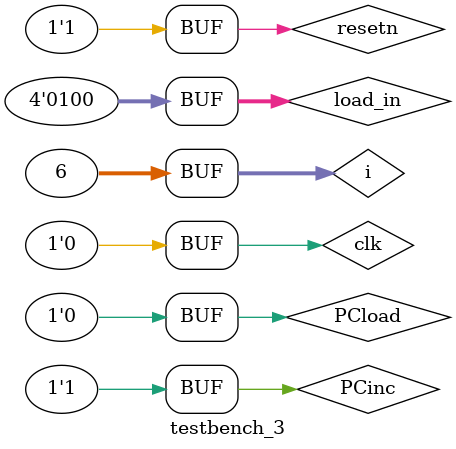
<source format=v>

module testbench_3();
integer i;
reg resetn, clk, PCload, PCinc;
reg [3:0] load_in;
wire [3:0] PC;
programCounter pc1(resetn, clk, PCload, PCinc, load_in, PC);
initial
begin
	resetn=1;#1; resetn=0; #1; resetn=1;
	PCload=0; load_in =4'b0100;
	PCinc=1;
	for( i=0; i<12; i=i+1)begin
	clk =1; #20; clk =0; #20;	
	end
	PCload =1;
	clk =1; #20; clk =0; #20; PCload =0;	
	for( i=0; i<6; i=i+1)begin
	clk =1; #20; clk =0; #20;	
	end
end
endmodule
</source>
